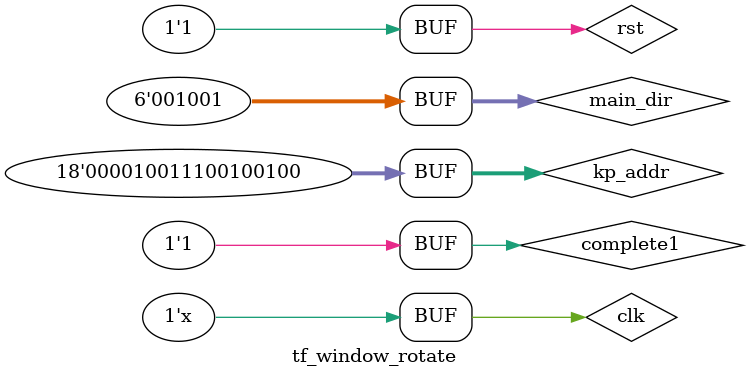
<source format=v>
`timescale 1ns / 1ps



module tf_window_rotate;

	// Inputs
	reg clk;
	reg rst;
	reg [5:0] main_dir;
	reg [17:0] kp_addr;
	reg [7:0] cnt;
    reg complete1;

	// Outputs
	wire [15:0] addr_out;

	// Instantiate the Unit Under Test (UUT)
	window_rotate uut (
		.clk(clk), 
		.rst(rst), 
		.main_dir(main_dir), 
		.kp_addr(kp_addr), 
		.cnt(cnt), 
        .complete1(complete1),
		.addr_out(addr_out)   
	);

	initial begin
		// Initialize Inputs
		clk = 1'b0;
		rst = 1'b0;
		main_dir = 6'd0;
		kp_addr = 16'd0;
		cnt = 8'd0;
        complete1 = 1'b0;

		// Wait 100 ns for global reset to finish
		#100;
		
		rst=1'b1;
		main_dir=6'd9;
		kp_addr=16'd10020;
        
        #100 
        complete1 = 1'b1;
	end
	
    always #5 clk <= ~clk;
        
    always@(posedge clk or negedge rst)
        if(!rst)
            cnt <= 8'd0;
        else
            cnt <= cnt+8'd1;		
      
endmodule


</source>
